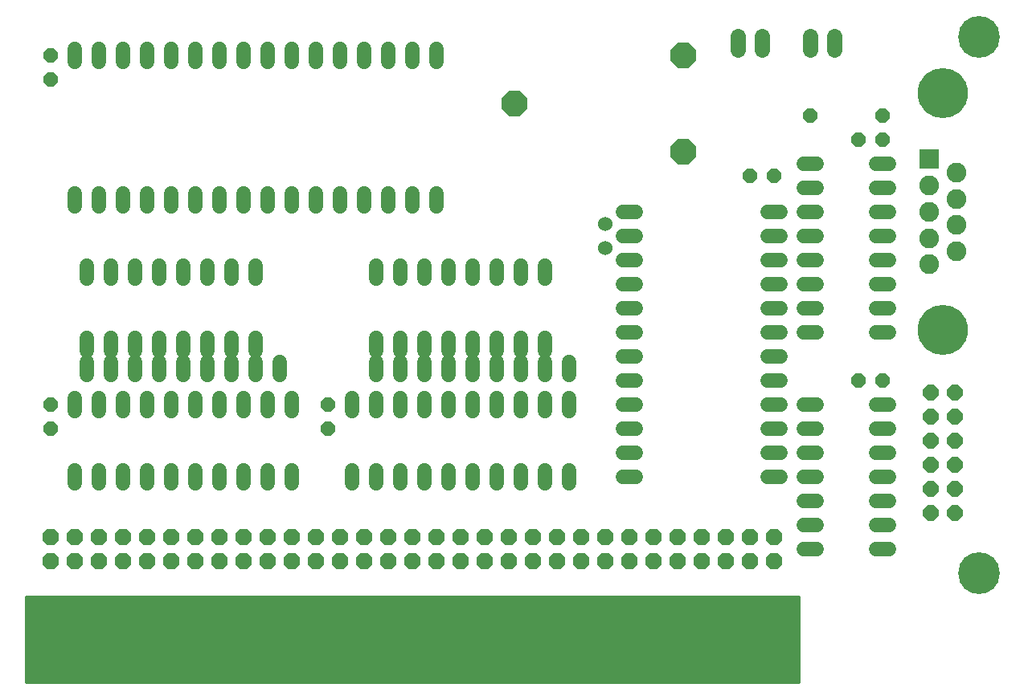
<source format=gbs>
G75*
%MOIN*%
%OFA0B0*%
%FSLAX24Y24*%
%IPPOS*%
%LPD*%
%AMOC8*
5,1,8,0,0,1.08239X$1,22.5*
%
%ADD10C,0.0160*%
%ADD11R,0.0680X0.2630*%
%ADD12OC8,0.0680*%
%ADD13C,0.0600*%
%ADD14C,0.0640*%
%ADD15OC8,0.1080*%
%ADD16C,0.0600*%
%ADD17R,0.0820X0.0820*%
%ADD18C,0.0820*%
%ADD19C,0.2080*%
%ADD20OC8,0.0600*%
%ADD21OC8,0.0640*%
%ADD22C,0.1730*%
D10*
X000680Y000180D02*
X000680Y003680D01*
X032680Y003680D01*
X032680Y000180D01*
X000680Y000180D01*
X000680Y000314D02*
X032680Y000314D01*
X032680Y000473D02*
X000680Y000473D01*
X000680Y000631D02*
X032680Y000631D01*
X032680Y000790D02*
X000680Y000790D01*
X000680Y000948D02*
X032680Y000948D01*
X032680Y001107D02*
X000680Y001107D01*
X000680Y001265D02*
X032680Y001265D01*
X032680Y001424D02*
X000680Y001424D01*
X000680Y001582D02*
X032680Y001582D01*
X032680Y001741D02*
X000680Y001741D01*
X000680Y001899D02*
X032680Y001899D01*
X032680Y002058D02*
X000680Y002058D01*
X000680Y002216D02*
X032680Y002216D01*
X032680Y002375D02*
X000680Y002375D01*
X000680Y002533D02*
X032680Y002533D01*
X032680Y002692D02*
X000680Y002692D01*
X000680Y002850D02*
X032680Y002850D01*
X032680Y003009D02*
X000680Y003009D01*
X000680Y003167D02*
X032680Y003167D01*
X032680Y003326D02*
X000680Y003326D01*
X000680Y003484D02*
X032680Y003484D01*
X032680Y003643D02*
X000680Y003643D01*
D11*
X001680Y002180D03*
X002680Y002180D03*
X003680Y002180D03*
X004680Y002180D03*
X005680Y002180D03*
X006680Y002180D03*
X007680Y002180D03*
X008680Y002180D03*
X009680Y002180D03*
X010680Y002180D03*
X011680Y002180D03*
X012680Y002180D03*
X013680Y002180D03*
X014680Y002180D03*
X015680Y002180D03*
X016680Y002180D03*
X017680Y002180D03*
X018680Y002180D03*
X019680Y002180D03*
X020680Y002180D03*
X021680Y002180D03*
X022680Y002180D03*
X023680Y002180D03*
X024680Y002180D03*
X025680Y002180D03*
X026680Y002180D03*
X027680Y002180D03*
X028680Y002180D03*
X029680Y002180D03*
X030680Y002180D03*
X031680Y002180D03*
D12*
X031680Y005180D03*
X030680Y005180D03*
X030680Y006180D03*
X031680Y006180D03*
X029680Y006180D03*
X028680Y006180D03*
X027680Y006180D03*
X026680Y006180D03*
X025680Y006180D03*
X025680Y005180D03*
X026680Y005180D03*
X027680Y005180D03*
X028680Y005180D03*
X029680Y005180D03*
X024680Y005180D03*
X023680Y005180D03*
X022680Y005180D03*
X021680Y005180D03*
X021680Y006180D03*
X022680Y006180D03*
X023680Y006180D03*
X024680Y006180D03*
X020680Y006180D03*
X019680Y006180D03*
X018680Y006180D03*
X017680Y006180D03*
X016680Y006180D03*
X016680Y005180D03*
X017680Y005180D03*
X018680Y005180D03*
X019680Y005180D03*
X020680Y005180D03*
X015680Y005180D03*
X014680Y005180D03*
X013680Y005180D03*
X012680Y005180D03*
X012680Y006180D03*
X013680Y006180D03*
X014680Y006180D03*
X015680Y006180D03*
X011680Y006180D03*
X010680Y006180D03*
X009680Y006180D03*
X008680Y006180D03*
X007680Y006180D03*
X007680Y005180D03*
X008680Y005180D03*
X009680Y005180D03*
X010680Y005180D03*
X011680Y005180D03*
X006680Y005180D03*
X005680Y005180D03*
X004680Y005180D03*
X003680Y005180D03*
X003680Y006180D03*
X004680Y006180D03*
X005680Y006180D03*
X006680Y006180D03*
X002680Y006180D03*
X001680Y006180D03*
X001680Y005180D03*
X002680Y005180D03*
D13*
X002680Y008420D02*
X002680Y008940D01*
X003680Y008940D02*
X003680Y008420D01*
X004680Y008420D02*
X004680Y008940D01*
X005680Y008940D02*
X005680Y008420D01*
X006680Y008420D02*
X006680Y008940D01*
X007680Y008940D02*
X007680Y008420D01*
X008680Y008420D02*
X008680Y008940D01*
X009680Y008940D02*
X009680Y008420D01*
X010680Y008420D02*
X010680Y008940D01*
X011680Y008940D02*
X011680Y008420D01*
X014180Y008420D02*
X014180Y008940D01*
X015180Y008940D02*
X015180Y008420D01*
X016180Y008420D02*
X016180Y008940D01*
X017180Y008940D02*
X017180Y008420D01*
X018180Y008420D02*
X018180Y008940D01*
X019180Y008940D02*
X019180Y008420D01*
X020180Y008420D02*
X020180Y008940D01*
X021180Y008940D02*
X021180Y008420D01*
X022180Y008420D02*
X022180Y008940D01*
X023180Y008940D02*
X023180Y008420D01*
X025420Y008680D02*
X025940Y008680D01*
X025940Y009680D02*
X025420Y009680D01*
X025420Y010680D02*
X025940Y010680D01*
X025940Y011680D02*
X025420Y011680D01*
X025420Y012680D02*
X025940Y012680D01*
X025940Y013680D02*
X025420Y013680D01*
X025420Y014680D02*
X025940Y014680D01*
X025940Y015680D02*
X025420Y015680D01*
X025420Y016680D02*
X025940Y016680D01*
X025940Y017680D02*
X025420Y017680D01*
X025420Y018680D02*
X025940Y018680D01*
X025940Y019680D02*
X025420Y019680D01*
X022180Y017440D02*
X022180Y016920D01*
X021180Y016920D02*
X021180Y017440D01*
X020180Y017440D02*
X020180Y016920D01*
X019180Y016920D02*
X019180Y017440D01*
X018180Y017440D02*
X018180Y016920D01*
X017180Y016920D02*
X017180Y017440D01*
X016180Y017440D02*
X016180Y016920D01*
X015180Y016920D02*
X015180Y017440D01*
X014680Y019920D02*
X014680Y020440D01*
X013680Y020440D02*
X013680Y019920D01*
X012680Y019920D02*
X012680Y020440D01*
X011680Y020440D02*
X011680Y019920D01*
X010680Y019920D02*
X010680Y020440D01*
X009680Y020440D02*
X009680Y019920D01*
X008680Y019920D02*
X008680Y020440D01*
X007680Y020440D02*
X007680Y019920D01*
X006680Y019920D02*
X006680Y020440D01*
X005680Y020440D02*
X005680Y019920D01*
X004680Y019920D02*
X004680Y020440D01*
X003680Y020440D02*
X003680Y019920D01*
X002680Y019920D02*
X002680Y020440D01*
X003180Y017440D02*
X003180Y016920D01*
X004180Y016920D02*
X004180Y017440D01*
X005180Y017440D02*
X005180Y016920D01*
X006180Y016920D02*
X006180Y017440D01*
X007180Y017440D02*
X007180Y016920D01*
X008180Y016920D02*
X008180Y017440D01*
X009180Y017440D02*
X009180Y016920D01*
X010180Y016920D02*
X010180Y017440D01*
X010180Y014440D02*
X010180Y013920D01*
X010180Y013440D02*
X010180Y012920D01*
X009180Y012920D02*
X009180Y013440D01*
X009180Y013920D02*
X009180Y014440D01*
X008180Y014440D02*
X008180Y013920D01*
X008180Y013440D02*
X008180Y012920D01*
X007180Y012920D02*
X007180Y013440D01*
X007180Y013920D02*
X007180Y014440D01*
X006180Y014440D02*
X006180Y013920D01*
X006180Y013440D02*
X006180Y012920D01*
X005180Y012920D02*
X005180Y013440D01*
X005180Y013920D02*
X005180Y014440D01*
X004180Y014440D02*
X004180Y013920D01*
X004180Y013440D02*
X004180Y012920D01*
X003180Y012920D02*
X003180Y013440D01*
X003180Y013920D02*
X003180Y014440D01*
X002680Y011940D02*
X002680Y011420D01*
X003680Y011420D02*
X003680Y011940D01*
X004680Y011940D02*
X004680Y011420D01*
X005680Y011420D02*
X005680Y011940D01*
X006680Y011940D02*
X006680Y011420D01*
X007680Y011420D02*
X007680Y011940D01*
X008680Y011940D02*
X008680Y011420D01*
X009680Y011420D02*
X009680Y011940D01*
X010680Y011940D02*
X010680Y011420D01*
X011680Y011420D02*
X011680Y011940D01*
X011180Y012920D02*
X011180Y013440D01*
X014180Y011940D02*
X014180Y011420D01*
X015180Y011420D02*
X015180Y011940D01*
X016180Y011940D02*
X016180Y011420D01*
X017180Y011420D02*
X017180Y011940D01*
X018180Y011940D02*
X018180Y011420D01*
X019180Y011420D02*
X019180Y011940D01*
X020180Y011940D02*
X020180Y011420D01*
X021180Y011420D02*
X021180Y011940D01*
X022180Y011940D02*
X022180Y011420D01*
X023180Y011420D02*
X023180Y011940D01*
X023180Y012920D02*
X023180Y013440D01*
X022180Y013440D02*
X022180Y012920D01*
X021180Y012920D02*
X021180Y013440D01*
X021180Y013920D02*
X021180Y014440D01*
X022180Y014440D02*
X022180Y013920D01*
X020180Y013920D02*
X020180Y014440D01*
X019180Y014440D02*
X019180Y013920D01*
X019180Y013440D02*
X019180Y012920D01*
X018180Y012920D02*
X018180Y013440D01*
X018180Y013920D02*
X018180Y014440D01*
X017180Y014440D02*
X017180Y013920D01*
X017180Y013440D02*
X017180Y012920D01*
X016180Y012920D02*
X016180Y013440D01*
X016180Y013920D02*
X016180Y014440D01*
X015180Y014440D02*
X015180Y013920D01*
X015180Y013440D02*
X015180Y012920D01*
X020180Y012920D02*
X020180Y013440D01*
X017680Y019920D02*
X017680Y020440D01*
X016680Y020440D02*
X016680Y019920D01*
X015680Y019920D02*
X015680Y020440D01*
X015680Y025920D02*
X015680Y026440D01*
X014680Y026440D02*
X014680Y025920D01*
X013680Y025920D02*
X013680Y026440D01*
X012680Y026440D02*
X012680Y025920D01*
X011680Y025920D02*
X011680Y026440D01*
X010680Y026440D02*
X010680Y025920D01*
X009680Y025920D02*
X009680Y026440D01*
X008680Y026440D02*
X008680Y025920D01*
X007680Y025920D02*
X007680Y026440D01*
X006680Y026440D02*
X006680Y025920D01*
X005680Y025920D02*
X005680Y026440D01*
X004680Y026440D02*
X004680Y025920D01*
X003680Y025920D02*
X003680Y026440D01*
X002680Y026440D02*
X002680Y025920D01*
X016680Y025920D02*
X016680Y026440D01*
X017680Y026440D02*
X017680Y025920D01*
X031420Y019680D02*
X031940Y019680D01*
X032920Y019680D02*
X033440Y019680D01*
X033440Y020680D02*
X032920Y020680D01*
X032920Y021680D02*
X033440Y021680D01*
X035920Y021680D02*
X036440Y021680D01*
X036440Y020680D02*
X035920Y020680D01*
X035920Y019680D02*
X036440Y019680D01*
X036440Y018680D02*
X035920Y018680D01*
X035920Y017680D02*
X036440Y017680D01*
X036440Y016680D02*
X035920Y016680D01*
X035920Y015680D02*
X036440Y015680D01*
X036440Y014680D02*
X035920Y014680D01*
X033440Y014680D02*
X032920Y014680D01*
X031940Y014680D02*
X031420Y014680D01*
X031420Y013680D02*
X031940Y013680D01*
X031940Y012680D02*
X031420Y012680D01*
X031420Y011680D02*
X031940Y011680D01*
X032920Y011680D02*
X033440Y011680D01*
X033440Y010680D02*
X032920Y010680D01*
X031940Y010680D02*
X031420Y010680D01*
X031420Y009680D02*
X031940Y009680D01*
X032920Y009680D02*
X033440Y009680D01*
X033440Y008680D02*
X032920Y008680D01*
X031940Y008680D02*
X031420Y008680D01*
X032920Y007680D02*
X033440Y007680D01*
X033440Y006680D02*
X032920Y006680D01*
X032920Y005680D02*
X033440Y005680D01*
X035920Y005680D02*
X036440Y005680D01*
X036440Y006680D02*
X035920Y006680D01*
X035920Y007680D02*
X036440Y007680D01*
X036440Y008680D02*
X035920Y008680D01*
X035920Y009680D02*
X036440Y009680D01*
X036440Y010680D02*
X035920Y010680D01*
X035920Y011680D02*
X036440Y011680D01*
X033440Y015680D02*
X032920Y015680D01*
X031940Y015680D02*
X031420Y015680D01*
X031420Y016680D02*
X031940Y016680D01*
X032920Y016680D02*
X033440Y016680D01*
X033440Y017680D02*
X032920Y017680D01*
X031940Y017680D02*
X031420Y017680D01*
X031420Y018680D02*
X031940Y018680D01*
X032920Y018680D02*
X033440Y018680D01*
D14*
X033180Y026400D02*
X033180Y026960D01*
X034180Y026960D02*
X034180Y026400D01*
X031180Y026400D02*
X031180Y026960D01*
X030180Y026960D02*
X030180Y026400D01*
D15*
X027930Y026180D03*
X027930Y022180D03*
X020930Y024180D03*
D16*
X024680Y019180D03*
X024680Y018180D03*
D17*
X038121Y021861D03*
D18*
X039239Y021314D03*
X038121Y020771D03*
X039239Y020223D03*
X038121Y019680D03*
X039239Y019137D03*
X038121Y018589D03*
X039239Y018046D03*
X038121Y017499D03*
D19*
X038680Y014759D03*
X038680Y024601D03*
D20*
X036180Y023680D03*
X036180Y022680D03*
X035180Y022680D03*
X033180Y023680D03*
X031680Y021180D03*
X030680Y021180D03*
X035180Y012680D03*
X036180Y012680D03*
X013180Y011680D03*
X013180Y010680D03*
X001680Y010680D03*
X001680Y011680D03*
X001680Y025180D03*
X001680Y026180D03*
D21*
X038180Y012180D03*
X039180Y012180D03*
X039180Y011180D03*
X038180Y011180D03*
X038180Y010180D03*
X039180Y010180D03*
X039180Y009180D03*
X038180Y009180D03*
X038180Y008180D03*
X039180Y008180D03*
X039180Y007180D03*
X038180Y007180D03*
D22*
X040180Y004680D03*
X040180Y026930D03*
M02*

</source>
